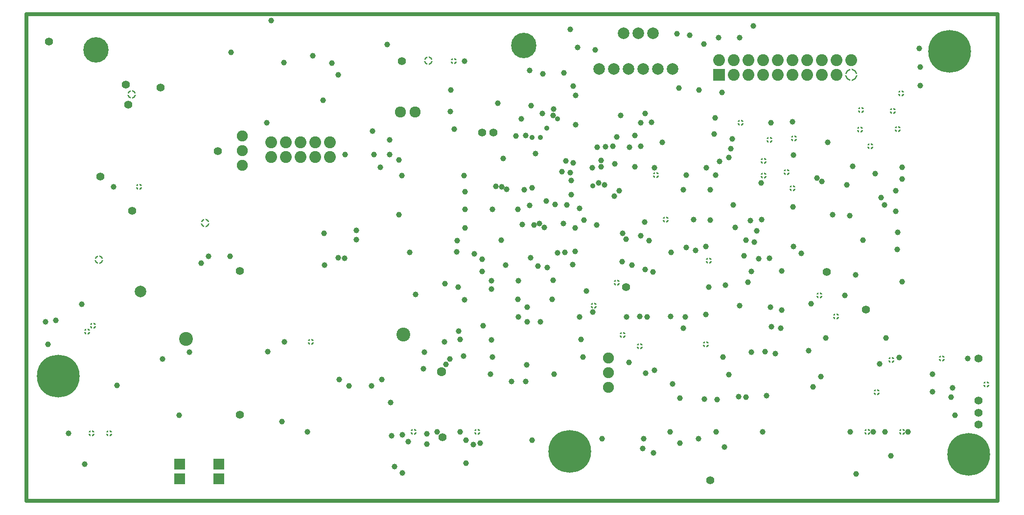
<source format=gbr>
G04 EasyPC Gerber Version 21.0.3 Build 4286 *
G04 #@! TF.Part,Single*
G04 #@! TF.FileFunction,Copper,L2,Inr *
G04 #@! TF.FilePolarity,Negative *
%FSLAX35Y35*%
%MOIN*%
G04 #@! TA.AperFunction,ComponentPad*
%ADD21R,0.07575X0.07575*%
%ADD18R,0.08071X0.08071*%
G04 #@! TD.AperFunction*
%ADD28C,0.02775*%
G04 #@! TA.AperFunction,ViaPad*
%ADD24C,0.03543*%
%ADD22C,0.03937*%
G04 #@! TA.AperFunction,ComponentPad*
%ADD16C,0.05512*%
G04 #@! TA.AperFunction,ViaPad*
%ADD27C,0.06299*%
G04 #@! TA.AperFunction,ComponentPad*
%ADD20C,0.07480*%
%ADD71C,0.07575*%
%ADD17C,0.07874*%
%ADD19C,0.08071*%
G04 #@! TA.AperFunction,ViaPad*
%ADD23C,0.09449*%
G04 #@! TA.AperFunction,WasherPad*
%ADD15C,0.17323*%
%ADD14C,0.29134*%
G04 #@! TA.AperFunction,ViaPad*
%AMT25*0 Thermal pad*7,0,0,0.04362,0.02362,0.01000,0*%
%ADD25T25*%
%AMT26*0 Thermal pad*7,0,0,0.05937,0.03937,0.01000,0*%
%ADD26T26*%
G04 #@! TA.AperFunction,ComponentPad*
%AMT70*0 Thermal pad*7,0,0,0.08496,0.06496,0.01000,0*%
%ADD70T70*%
X0Y0D02*
D02*
D14*
X24307Y85394D03*
X372733Y34213D03*
X631313Y306899D03*
X644305Y32096D03*
D02*
D15*
X49898Y307835D03*
X341156Y310836D03*
D02*
D16*
X17927Y313592D03*
X52967Y221466D03*
X70289Y284065D03*
X71864Y270679D03*
X74620Y198238D03*
X93911Y282096D03*
X132888Y238789D03*
X147848Y59261D03*
Y157293D03*
X258085Y300206D03*
X286037Y43907D03*
X312809Y251387D03*
X320683D03*
X410841Y146269D03*
X468321Y14380D03*
X547455Y156506D03*
X574226Y130915D03*
X650998Y52569D03*
Y60443D03*
Y68710D03*
Y97450D03*
D02*
D17*
X80132Y143120D03*
X392665Y294932D03*
X402665Y294864D03*
X409266Y319104D03*
X412665Y294932D03*
X419266Y319104D03*
X422652Y294932D03*
X429266Y319104D03*
X432665Y294932D03*
X442665D03*
D02*
D18*
X474226Y290757D03*
D02*
D19*
X169187Y234911D03*
Y244911D03*
X179187Y234911D03*
Y244911D03*
X189187Y234911D03*
Y244911D03*
X199187Y234911D03*
Y244911D03*
X209187Y234911D03*
Y244911D03*
X474226Y300757D03*
X484226Y290757D03*
Y300757D03*
X494226Y290757D03*
Y300757D03*
X504226Y290757D03*
Y300757D03*
X514226Y290757D03*
Y300757D03*
X524226Y290757D03*
Y300757D03*
X534226Y290757D03*
Y300757D03*
X544226Y290757D03*
Y300757D03*
X554226Y290757D03*
Y300757D03*
X564226D03*
D02*
D70*
Y290757D03*
D02*
D71*
X257297Y265561D03*
X267114D03*
D02*
D20*
X149593Y239091D03*
X149661Y229091D03*
Y249091D03*
X398792Y77700D03*
Y97700D03*
X398860Y87700D03*
D02*
D21*
X106904Y15403D03*
Y25403D03*
X133675Y15403D03*
Y25403D03*
D02*
D22*
X15565Y122647D03*
X17140Y107293D03*
X22514Y123474D03*
X31313Y46663D03*
X40368Y134458D03*
X42337Y25403D03*
X62022Y214380D03*
X64384Y79340D03*
X95093Y97057D03*
X106510Y58868D03*
X113596Y101781D03*
X121667Y162411D03*
X126589Y167135D03*
X141156D03*
X141943Y306112D03*
X166352Y258080D03*
X166746Y102175D03*
X169108Y327765D03*
X176589Y54537D03*
X177770Y299025D03*
X178163Y108868D03*
X193911Y47450D03*
X197455Y303750D03*
X204541Y273435D03*
X205329Y182883D03*
X205722Y161230D03*
X210447Y298848D03*
X214778Y166348D03*
Y290757D03*
X215565Y83277D03*
X219108Y165954D03*
X219502Y236427D03*
X222258Y78946D03*
X227376Y178553D03*
Y184852D03*
X237612Y78946D03*
X238400Y252569D03*
X239187Y236427D03*
X243518Y227765D03*
X244699Y83277D03*
X248242Y311624D03*
X249817Y236427D03*
Y246663D03*
X250604Y67529D03*
X251392Y44694D03*
X253360Y23828D03*
X256116Y195482D03*
Y232883D03*
X258085Y222254D03*
X258478Y19498D03*
Y45482D03*
X262415Y40757D03*
X263596Y169891D03*
X267533Y141151D03*
X273045Y90364D03*
X273439Y101781D03*
X275407Y39183D03*
Y46269D03*
X282100Y47450D03*
X287219Y108868D03*
X287612Y148631D03*
X288400Y93513D03*
X290762Y97057D03*
X291156Y265954D03*
X291549Y280521D03*
X293911Y253750D03*
X295486Y170285D03*
X295880Y177765D03*
X296667Y146269D03*
X297061Y116348D03*
X297848Y47450D03*
Y110443D03*
X300211Y99025D03*
X300604Y222254D03*
X300998Y137608D03*
Y300206D03*
X301392Y186427D03*
Y199025D03*
Y211230D03*
X301785Y26191D03*
Y41939D03*
X306904Y38789D03*
X307691Y168710D03*
X311628Y39970D03*
X313006Y156899D03*
Y165167D03*
X313596Y119891D03*
X318715Y86820D03*
X319108Y110049D03*
Y144694D03*
Y150600D03*
X319896Y98631D03*
Y199025D03*
X322258Y214773D03*
X323439Y271466D03*
X325801Y178159D03*
X326195Y214380D03*
X327376Y233868D03*
X328951Y161230D03*
X329738Y212805D03*
X332888Y81702D03*
X336037Y249025D03*
X337219Y138002D03*
Y199025D03*
X337612Y125797D03*
Y150600D03*
X339581Y260836D03*
X340368Y188789D03*
X341549Y212411D03*
X342730Y81702D03*
Y249419D03*
X343124Y93120D03*
X343518Y122647D03*
Y132490D03*
X345093Y201781D03*
Y293907D03*
X345880Y166348D03*
X346274Y269891D03*
X347061Y41939D03*
Y213986D03*
X348242Y188395D03*
X349226Y237214D03*
X350801Y160443D03*
X351785Y189576D03*
X352573Y122647D03*
X353754Y264380D03*
X354148Y291545D03*
X355329Y186820D03*
X356510Y204931D03*
X357297Y159655D03*
X360447Y138002D03*
X361234Y150994D03*
Y263198D03*
X361628Y267529D03*
X362022Y86820D03*
X362415Y202529D03*
X364384Y169498D03*
X367140Y225009D03*
X368321Y189576D03*
X368715Y292332D03*
X369108Y169891D03*
X369896Y232096D03*
X370683Y202175D03*
X373045Y224222D03*
Y321860D03*
X373439Y209261D03*
Y218710D03*
X374620Y161624D03*
X375014Y230915D03*
Y283277D03*
X376195Y170679D03*
Y186427D03*
X376589Y256899D03*
Y276978D03*
X377770Y309655D03*
X379344Y125797D03*
Y199813D03*
X380132Y110443D03*
X381707Y98631D03*
X382100Y191939D03*
X384069Y143513D03*
X388006Y227372D03*
X388400Y129340D03*
X389974Y307687D03*
X390762Y188395D03*
X391156Y241545D03*
X392337Y217135D03*
X393911Y228159D03*
Y232490D03*
X394699Y42726D03*
X396274Y215954D03*
X397061Y241939D03*
X401785Y242332D03*
X402967Y208080D03*
X403360Y230128D03*
X404541Y248631D03*
X406116Y212017D03*
X407297Y263198D03*
X408085Y163592D03*
X408478Y182883D03*
X410841Y178946D03*
X411234Y125994D03*
X413006Y94694D03*
X413203Y241545D03*
X414778Y161230D03*
X416746Y228159D03*
Y249419D03*
X420230Y126191D03*
X420880Y181309D03*
X421077Y242332D03*
Y258080D03*
X422258Y36033D03*
X423045Y42726D03*
X423439Y190364D03*
X423833Y158080D03*
Y264380D03*
X424226Y87608D03*
X425407Y125797D03*
X426589Y177765D03*
X428163Y258474D03*
X429344Y156506D03*
X429738Y33277D03*
X430132Y227372D03*
X430230Y89576D03*
X435644Y244694D03*
X440762Y47450D03*
X441156Y126191D03*
X441549Y169891D03*
X442730Y80128D03*
X445486Y318710D03*
X447061Y281702D03*
X447455Y39970D03*
Y70679D03*
X449817Y118317D03*
Y212529D03*
X451392Y125797D03*
X451785Y173041D03*
Y222647D03*
X454148Y317923D03*
X456904Y192332D03*
X458085Y171072D03*
X460250Y42726D03*
X460447Y280521D03*
X463793Y312017D03*
X464187Y69891D03*
X465171Y173828D03*
X465230Y127372D03*
X465565Y227529D03*
X467140Y146072D03*
X468321Y191939D03*
Y212529D03*
X471077Y250600D03*
X471470Y261624D03*
X471864Y222647D03*
X472258Y47450D03*
X473045Y69498D03*
X473833Y316348D03*
X474620Y231702D03*
X476195Y278946D03*
X476982Y98631D03*
X477770Y37214D03*
X478557Y147450D03*
X480919Y86427D03*
Y234458D03*
X482100Y240364D03*
X483281Y247057D03*
X484069Y202175D03*
X485250Y186820D03*
X487415Y71466D03*
X488203Y316348D03*
X488400Y133671D03*
X491156Y167529D03*
X492730Y71072D03*
Y178159D03*
X493911Y149419D03*
X495486Y191545D03*
X496274Y101781D03*
Y156899D03*
X497455Y324222D03*
X498242Y176978D03*
X499817Y184458D03*
X501392Y165561D03*
X502967Y217135D03*
X503360Y192332D03*
X503754Y47450D03*
X505722Y102175D03*
X506707Y72254D03*
X508478Y165954D03*
X509266Y132490D03*
X509659Y258080D03*
X510053Y119104D03*
X512415Y100994D03*
X516352Y118317D03*
X516746Y130521D03*
Y157293D03*
X524226Y258868D03*
X524620Y200994D03*
X525014Y173828D03*
Y236033D03*
X530132Y169104D03*
X535250Y102962D03*
X536825Y134852D03*
X538400Y78159D03*
X540762Y220679D03*
X543715Y85246D03*
X544305Y218317D03*
X547061Y111624D03*
X548242Y244694D03*
X551738Y195482D03*
X560053Y140364D03*
X561234Y215954D03*
X563203Y194694D03*
X563596Y47450D03*
X565171Y228553D03*
X567140Y154537D03*
X567533Y18710D03*
X572258Y178159D03*
X579344Y47450D03*
X580526Y223435D03*
X583675Y93907D03*
X584463Y207293D03*
X586825Y202175D03*
X587219Y47450D03*
X588006Y111624D03*
X591156Y31309D03*
X594699Y197844D03*
Y211820D03*
X595486Y171860D03*
X595880Y183671D03*
X597061Y98238D03*
X599030Y149813D03*
Y219891D03*
Y227765D03*
X602967Y47450D03*
X610447Y308868D03*
X611234Y283671D03*
Y296269D03*
X619502Y75009D03*
Y86820D03*
X632100Y71072D03*
X633281Y77372D03*
X634856Y58868D03*
X643518Y97450D03*
D02*
D23*
X111234Y110836D03*
X259266Y113986D03*
D02*
D24*
X347061Y248238D03*
X352573D03*
X356904Y254537D03*
X364384Y260836D03*
X388400Y215167D03*
D02*
D25*
X43774Y115994D03*
X47061Y46663D03*
X47848Y119931D03*
X58872Y46663D03*
X79344Y214380D03*
X196274Y108868D03*
X266352Y47450D03*
X293518Y300206D03*
X309659Y47450D03*
X388793Y133474D03*
X404541Y149025D03*
X408478Y113592D03*
X420230Y105718D03*
X431313Y222647D03*
X438006Y192332D03*
X465230Y107293D03*
X467140Y164183D03*
X488793Y258080D03*
X504541Y222254D03*
Y232096D03*
X508478Y246663D03*
X520289Y224616D03*
X524226Y213592D03*
X525407Y247450D03*
X542730Y140364D03*
X553754Y126191D03*
X570289Y253356D03*
X571077Y266742D03*
X575407Y47450D03*
X577376Y242332D03*
X581707Y74616D03*
X591549Y96663D03*
X592730Y266348D03*
X595880Y253750D03*
X598242Y278159D03*
X599030Y47450D03*
X625801Y97450D03*
X656116Y79734D03*
D02*
D26*
X51785Y164773D03*
X74226Y277372D03*
X124226Y189970D03*
X276195Y300600D03*
D02*
D27*
X285250Y88395D03*
D02*
D28*
X2573Y600D02*
X663990D01*
Y332096*
X2573*
Y600*
X0Y0D02*
M02*

</source>
